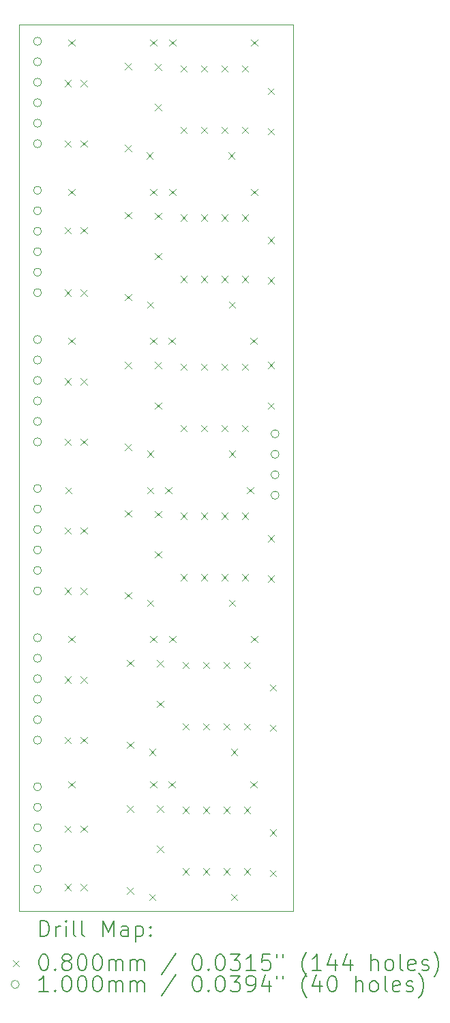
<source format=gbr>
%FSLAX45Y45*%
G04 Gerber Fmt 4.5, Leading zero omitted, Abs format (unit mm)*
G04 Created by KiCad (PCBNEW (6.0.1)) date 2022-09-12 17:15:29*
%MOMM*%
%LPD*%
G01*
G04 APERTURE LIST*
%TA.AperFunction,Profile*%
%ADD10C,0.050000*%
%TD*%
%ADD11C,0.200000*%
%ADD12C,0.080000*%
%ADD13C,0.100000*%
G04 APERTURE END LIST*
D10*
X10417500Y-3932500D02*
X13817500Y-3932500D01*
X13817500Y-14932500D02*
X10417500Y-14932500D01*
X10417500Y-3932500D02*
X10417500Y-14932500D01*
X13817500Y-3932500D02*
X13817500Y-14932500D01*
D11*
D12*
X10977500Y-4617500D02*
X11057500Y-4697500D01*
X11057500Y-4617500D02*
X10977500Y-4697500D01*
X10977500Y-5367500D02*
X11057500Y-5447500D01*
X11057500Y-5367500D02*
X10977500Y-5447500D01*
X10977500Y-6442500D02*
X11057500Y-6522500D01*
X11057500Y-6442500D02*
X10977500Y-6522500D01*
X10977500Y-7217500D02*
X11057500Y-7297500D01*
X11057500Y-7217500D02*
X10977500Y-7297500D01*
X10977500Y-8317500D02*
X11057500Y-8397500D01*
X11057500Y-8317500D02*
X10977500Y-8397500D01*
X10977500Y-9067500D02*
X11057500Y-9147500D01*
X11057500Y-9067500D02*
X10977500Y-9147500D01*
X10977500Y-10167500D02*
X11057500Y-10247500D01*
X11057500Y-10167500D02*
X10977500Y-10247500D01*
X10977500Y-10917500D02*
X11057500Y-10997500D01*
X11057500Y-10917500D02*
X10977500Y-10997500D01*
X10977500Y-12017500D02*
X11057500Y-12097500D01*
X11057500Y-12017500D02*
X10977500Y-12097500D01*
X10977500Y-12767500D02*
X11057500Y-12847500D01*
X11057500Y-12767500D02*
X10977500Y-12847500D01*
X10977500Y-13867500D02*
X11057500Y-13947500D01*
X11057500Y-13867500D02*
X10977500Y-13947500D01*
X10977500Y-14592500D02*
X11057500Y-14672500D01*
X11057500Y-14592500D02*
X10977500Y-14672500D01*
X10986500Y-9667500D02*
X11066500Y-9747500D01*
X11066500Y-9667500D02*
X10986500Y-9747500D01*
X11027500Y-4117500D02*
X11107500Y-4197500D01*
X11107500Y-4117500D02*
X11027500Y-4197500D01*
X11027500Y-5967500D02*
X11107500Y-6047500D01*
X11107500Y-5967500D02*
X11027500Y-6047500D01*
X11027500Y-7817500D02*
X11107500Y-7897500D01*
X11107500Y-7817500D02*
X11027500Y-7897500D01*
X11027500Y-11517500D02*
X11107500Y-11597500D01*
X11107500Y-11517500D02*
X11027500Y-11597500D01*
X11027500Y-13317500D02*
X11107500Y-13397500D01*
X11107500Y-13317500D02*
X11027500Y-13397500D01*
X11177500Y-4617500D02*
X11257500Y-4697500D01*
X11257500Y-4617500D02*
X11177500Y-4697500D01*
X11177500Y-5367500D02*
X11257500Y-5447500D01*
X11257500Y-5367500D02*
X11177500Y-5447500D01*
X11177500Y-6442500D02*
X11257500Y-6522500D01*
X11257500Y-6442500D02*
X11177500Y-6522500D01*
X11177500Y-7217500D02*
X11257500Y-7297500D01*
X11257500Y-7217500D02*
X11177500Y-7297500D01*
X11177500Y-8317500D02*
X11257500Y-8397500D01*
X11257500Y-8317500D02*
X11177500Y-8397500D01*
X11177500Y-9067500D02*
X11257500Y-9147500D01*
X11257500Y-9067500D02*
X11177500Y-9147500D01*
X11177500Y-10167500D02*
X11257500Y-10247500D01*
X11257500Y-10167500D02*
X11177500Y-10247500D01*
X11177500Y-10917500D02*
X11257500Y-10997500D01*
X11257500Y-10917500D02*
X11177500Y-10997500D01*
X11177500Y-12017500D02*
X11257500Y-12097500D01*
X11257500Y-12017500D02*
X11177500Y-12097500D01*
X11177500Y-12767500D02*
X11257500Y-12847500D01*
X11257500Y-12767500D02*
X11177500Y-12847500D01*
X11177500Y-13867500D02*
X11257500Y-13947500D01*
X11257500Y-13867500D02*
X11177500Y-13947500D01*
X11177500Y-14592500D02*
X11257500Y-14672500D01*
X11257500Y-14592500D02*
X11177500Y-14672500D01*
X11727500Y-4409500D02*
X11807500Y-4489500D01*
X11807500Y-4409500D02*
X11727500Y-4489500D01*
X11727500Y-5425500D02*
X11807500Y-5505500D01*
X11807500Y-5425500D02*
X11727500Y-5505500D01*
X11727500Y-6259500D02*
X11807500Y-6339500D01*
X11807500Y-6259500D02*
X11727500Y-6339500D01*
X11727500Y-7275500D02*
X11807500Y-7355500D01*
X11807500Y-7275500D02*
X11727500Y-7355500D01*
X11727500Y-8117500D02*
X11807500Y-8197500D01*
X11807500Y-8117500D02*
X11727500Y-8197500D01*
X11727500Y-9133500D02*
X11807500Y-9213500D01*
X11807500Y-9133500D02*
X11727500Y-9213500D01*
X11727500Y-9959500D02*
X11807500Y-10039500D01*
X11807500Y-9959500D02*
X11727500Y-10039500D01*
X11727500Y-10975500D02*
X11807500Y-11055500D01*
X11807500Y-10975500D02*
X11727500Y-11055500D01*
X11752500Y-11809500D02*
X11832500Y-11889500D01*
X11832500Y-11809500D02*
X11752500Y-11889500D01*
X11752500Y-12825500D02*
X11832500Y-12905500D01*
X11832500Y-12825500D02*
X11752500Y-12905500D01*
X11752500Y-13617500D02*
X11832500Y-13697500D01*
X11832500Y-13617500D02*
X11752500Y-13697500D01*
X11752500Y-14633500D02*
X11832500Y-14713500D01*
X11832500Y-14633500D02*
X11752500Y-14713500D01*
X11994500Y-5517500D02*
X12074500Y-5597500D01*
X12074500Y-5517500D02*
X11994500Y-5597500D01*
X12002500Y-7367500D02*
X12082500Y-7447500D01*
X12082500Y-7367500D02*
X12002500Y-7447500D01*
X12002500Y-9217500D02*
X12082500Y-9297500D01*
X12082500Y-9217500D02*
X12002500Y-9297500D01*
X12002500Y-9667500D02*
X12082500Y-9747500D01*
X12082500Y-9667500D02*
X12002500Y-9747500D01*
X12002500Y-11067500D02*
X12082500Y-11147500D01*
X12082500Y-11067500D02*
X12002500Y-11147500D01*
X12027500Y-12917500D02*
X12107500Y-12997500D01*
X12107500Y-12917500D02*
X12027500Y-12997500D01*
X12027500Y-14717500D02*
X12107500Y-14797500D01*
X12107500Y-14717500D02*
X12027500Y-14797500D01*
X12043500Y-4117500D02*
X12123500Y-4197500D01*
X12123500Y-4117500D02*
X12043500Y-4197500D01*
X12043500Y-5967500D02*
X12123500Y-6047500D01*
X12123500Y-5967500D02*
X12043500Y-6047500D01*
X12043500Y-7817500D02*
X12123500Y-7897500D01*
X12123500Y-7817500D02*
X12043500Y-7897500D01*
X12043500Y-11517500D02*
X12123500Y-11597500D01*
X12123500Y-11517500D02*
X12043500Y-11597500D01*
X12043500Y-13317500D02*
X12123500Y-13397500D01*
X12123500Y-13317500D02*
X12043500Y-13397500D01*
X12102500Y-4417500D02*
X12182500Y-4497500D01*
X12182500Y-4417500D02*
X12102500Y-4497500D01*
X12102500Y-4917500D02*
X12182500Y-4997500D01*
X12182500Y-4917500D02*
X12102500Y-4997500D01*
X12102500Y-6267500D02*
X12182500Y-6347500D01*
X12182500Y-6267500D02*
X12102500Y-6347500D01*
X12102500Y-6767500D02*
X12182500Y-6847500D01*
X12182500Y-6767500D02*
X12102500Y-6847500D01*
X12102500Y-8117500D02*
X12182500Y-8197500D01*
X12182500Y-8117500D02*
X12102500Y-8197500D01*
X12102500Y-8617500D02*
X12182500Y-8697500D01*
X12182500Y-8617500D02*
X12102500Y-8697500D01*
X12102500Y-9967500D02*
X12182500Y-10047500D01*
X12182500Y-9967500D02*
X12102500Y-10047500D01*
X12102500Y-10467500D02*
X12182500Y-10547500D01*
X12182500Y-10467500D02*
X12102500Y-10547500D01*
X12127500Y-11817500D02*
X12207500Y-11897500D01*
X12207500Y-11817500D02*
X12127500Y-11897500D01*
X12127500Y-12317500D02*
X12207500Y-12397500D01*
X12207500Y-12317500D02*
X12127500Y-12397500D01*
X12127500Y-13617500D02*
X12207500Y-13697500D01*
X12207500Y-13617500D02*
X12127500Y-13697500D01*
X12127500Y-14117500D02*
X12207500Y-14197500D01*
X12207500Y-14117500D02*
X12127500Y-14197500D01*
X12228500Y-9667500D02*
X12308500Y-9747500D01*
X12308500Y-9667500D02*
X12228500Y-9747500D01*
X12269500Y-7817500D02*
X12349500Y-7897500D01*
X12349500Y-7817500D02*
X12269500Y-7897500D01*
X12269500Y-13317500D02*
X12349500Y-13397500D01*
X12349500Y-13317500D02*
X12269500Y-13397500D01*
X12277500Y-4117500D02*
X12357500Y-4197500D01*
X12357500Y-4117500D02*
X12277500Y-4197500D01*
X12277500Y-5967500D02*
X12357500Y-6047500D01*
X12357500Y-5967500D02*
X12277500Y-6047500D01*
X12277500Y-11517500D02*
X12357500Y-11597500D01*
X12357500Y-11517500D02*
X12277500Y-11597500D01*
X12420500Y-4437500D02*
X12500500Y-4517500D01*
X12500500Y-4437500D02*
X12420500Y-4517500D01*
X12420500Y-5199500D02*
X12500500Y-5279500D01*
X12500500Y-5199500D02*
X12420500Y-5279500D01*
X12420500Y-6287500D02*
X12500500Y-6367500D01*
X12500500Y-6287500D02*
X12420500Y-6367500D01*
X12420500Y-7049500D02*
X12500500Y-7129500D01*
X12500500Y-7049500D02*
X12420500Y-7129500D01*
X12420500Y-8137500D02*
X12500500Y-8217500D01*
X12500500Y-8137500D02*
X12420500Y-8217500D01*
X12420500Y-8899500D02*
X12500500Y-8979500D01*
X12500500Y-8899500D02*
X12420500Y-8979500D01*
X12420500Y-9987500D02*
X12500500Y-10067500D01*
X12500500Y-9987500D02*
X12420500Y-10067500D01*
X12420500Y-10749500D02*
X12500500Y-10829500D01*
X12500500Y-10749500D02*
X12420500Y-10829500D01*
X12445500Y-11837500D02*
X12525500Y-11917500D01*
X12525500Y-11837500D02*
X12445500Y-11917500D01*
X12445500Y-12599500D02*
X12525500Y-12679500D01*
X12525500Y-12599500D02*
X12445500Y-12679500D01*
X12445500Y-13637500D02*
X12525500Y-13717500D01*
X12525500Y-13637500D02*
X12445500Y-13717500D01*
X12445500Y-14399500D02*
X12525500Y-14479500D01*
X12525500Y-14399500D02*
X12445500Y-14479500D01*
X12674500Y-4437500D02*
X12754500Y-4517500D01*
X12754500Y-4437500D02*
X12674500Y-4517500D01*
X12674500Y-5199500D02*
X12754500Y-5279500D01*
X12754500Y-5199500D02*
X12674500Y-5279500D01*
X12674500Y-6287500D02*
X12754500Y-6367500D01*
X12754500Y-6287500D02*
X12674500Y-6367500D01*
X12674500Y-7049500D02*
X12754500Y-7129500D01*
X12754500Y-7049500D02*
X12674500Y-7129500D01*
X12674500Y-8137500D02*
X12754500Y-8217500D01*
X12754500Y-8137500D02*
X12674500Y-8217500D01*
X12674500Y-8899500D02*
X12754500Y-8979500D01*
X12754500Y-8899500D02*
X12674500Y-8979500D01*
X12674500Y-9987500D02*
X12754500Y-10067500D01*
X12754500Y-9987500D02*
X12674500Y-10067500D01*
X12674500Y-10749500D02*
X12754500Y-10829500D01*
X12754500Y-10749500D02*
X12674500Y-10829500D01*
X12699500Y-11837500D02*
X12779500Y-11917500D01*
X12779500Y-11837500D02*
X12699500Y-11917500D01*
X12699500Y-12599500D02*
X12779500Y-12679500D01*
X12779500Y-12599500D02*
X12699500Y-12679500D01*
X12699500Y-13637500D02*
X12779500Y-13717500D01*
X12779500Y-13637500D02*
X12699500Y-13717500D01*
X12699500Y-14399500D02*
X12779500Y-14479500D01*
X12779500Y-14399500D02*
X12699500Y-14479500D01*
X12928500Y-4437500D02*
X13008500Y-4517500D01*
X13008500Y-4437500D02*
X12928500Y-4517500D01*
X12928500Y-5199500D02*
X13008500Y-5279500D01*
X13008500Y-5199500D02*
X12928500Y-5279500D01*
X12928500Y-6287500D02*
X13008500Y-6367500D01*
X13008500Y-6287500D02*
X12928500Y-6367500D01*
X12928500Y-7049500D02*
X13008500Y-7129500D01*
X13008500Y-7049500D02*
X12928500Y-7129500D01*
X12928500Y-8137500D02*
X13008500Y-8217500D01*
X13008500Y-8137500D02*
X12928500Y-8217500D01*
X12928500Y-8899500D02*
X13008500Y-8979500D01*
X13008500Y-8899500D02*
X12928500Y-8979500D01*
X12928500Y-9987500D02*
X13008500Y-10067500D01*
X13008500Y-9987500D02*
X12928500Y-10067500D01*
X12928500Y-10749500D02*
X13008500Y-10829500D01*
X13008500Y-10749500D02*
X12928500Y-10829500D01*
X12953500Y-11837500D02*
X13033500Y-11917500D01*
X13033500Y-11837500D02*
X12953500Y-11917500D01*
X12953500Y-12599500D02*
X13033500Y-12679500D01*
X13033500Y-12599500D02*
X12953500Y-12679500D01*
X12953500Y-13637500D02*
X13033500Y-13717500D01*
X13033500Y-13637500D02*
X12953500Y-13717500D01*
X12953500Y-14399500D02*
X13033500Y-14479500D01*
X13033500Y-14399500D02*
X12953500Y-14479500D01*
X13010500Y-5517500D02*
X13090500Y-5597500D01*
X13090500Y-5517500D02*
X13010500Y-5597500D01*
X13018500Y-7367500D02*
X13098500Y-7447500D01*
X13098500Y-7367500D02*
X13018500Y-7447500D01*
X13018500Y-9217500D02*
X13098500Y-9297500D01*
X13098500Y-9217500D02*
X13018500Y-9297500D01*
X13018500Y-11067500D02*
X13098500Y-11147500D01*
X13098500Y-11067500D02*
X13018500Y-11147500D01*
X13043500Y-12917500D02*
X13123500Y-12997500D01*
X13123500Y-12917500D02*
X13043500Y-12997500D01*
X13043500Y-14717500D02*
X13123500Y-14797500D01*
X13123500Y-14717500D02*
X13043500Y-14797500D01*
X13182500Y-4437500D02*
X13262500Y-4517500D01*
X13262500Y-4437500D02*
X13182500Y-4517500D01*
X13182500Y-5199500D02*
X13262500Y-5279500D01*
X13262500Y-5199500D02*
X13182500Y-5279500D01*
X13182500Y-6287500D02*
X13262500Y-6367500D01*
X13262500Y-6287500D02*
X13182500Y-6367500D01*
X13182500Y-7049500D02*
X13262500Y-7129500D01*
X13262500Y-7049500D02*
X13182500Y-7129500D01*
X13182500Y-8137500D02*
X13262500Y-8217500D01*
X13262500Y-8137500D02*
X13182500Y-8217500D01*
X13182500Y-8899500D02*
X13262500Y-8979500D01*
X13262500Y-8899500D02*
X13182500Y-8979500D01*
X13182500Y-9987500D02*
X13262500Y-10067500D01*
X13262500Y-9987500D02*
X13182500Y-10067500D01*
X13182500Y-10749500D02*
X13262500Y-10829500D01*
X13262500Y-10749500D02*
X13182500Y-10829500D01*
X13207500Y-11837500D02*
X13287500Y-11917500D01*
X13287500Y-11837500D02*
X13207500Y-11917500D01*
X13207500Y-12599500D02*
X13287500Y-12679500D01*
X13287500Y-12599500D02*
X13207500Y-12679500D01*
X13207500Y-13637500D02*
X13287500Y-13717500D01*
X13287500Y-13637500D02*
X13207500Y-13717500D01*
X13207500Y-14399500D02*
X13287500Y-14479500D01*
X13287500Y-14399500D02*
X13207500Y-14479500D01*
X13244500Y-9667500D02*
X13324500Y-9747500D01*
X13324500Y-9667500D02*
X13244500Y-9747500D01*
X13285500Y-7817500D02*
X13365500Y-7897500D01*
X13365500Y-7817500D02*
X13285500Y-7897500D01*
X13285500Y-13317500D02*
X13365500Y-13397500D01*
X13365500Y-13317500D02*
X13285500Y-13397500D01*
X13293500Y-4117500D02*
X13373500Y-4197500D01*
X13373500Y-4117500D02*
X13293500Y-4197500D01*
X13293500Y-5967500D02*
X13373500Y-6047500D01*
X13373500Y-5967500D02*
X13293500Y-6047500D01*
X13293500Y-11517500D02*
X13373500Y-11597500D01*
X13373500Y-11517500D02*
X13293500Y-11597500D01*
X13502500Y-4717500D02*
X13582500Y-4797500D01*
X13582500Y-4717500D02*
X13502500Y-4797500D01*
X13502500Y-5217500D02*
X13582500Y-5297500D01*
X13582500Y-5217500D02*
X13502500Y-5297500D01*
X13502500Y-6567500D02*
X13582500Y-6647500D01*
X13582500Y-6567500D02*
X13502500Y-6647500D01*
X13502500Y-7067500D02*
X13582500Y-7147500D01*
X13582500Y-7067500D02*
X13502500Y-7147500D01*
X13502500Y-8117500D02*
X13582500Y-8197500D01*
X13582500Y-8117500D02*
X13502500Y-8197500D01*
X13502500Y-8617500D02*
X13582500Y-8697500D01*
X13582500Y-8617500D02*
X13502500Y-8697500D01*
X13502500Y-10267500D02*
X13582500Y-10347500D01*
X13582500Y-10267500D02*
X13502500Y-10347500D01*
X13502500Y-10767500D02*
X13582500Y-10847500D01*
X13582500Y-10767500D02*
X13502500Y-10847500D01*
X13527500Y-12117500D02*
X13607500Y-12197500D01*
X13607500Y-12117500D02*
X13527500Y-12197500D01*
X13527500Y-12617500D02*
X13607500Y-12697500D01*
X13607500Y-12617500D02*
X13527500Y-12697500D01*
X13527500Y-13917500D02*
X13607500Y-13997500D01*
X13607500Y-13917500D02*
X13527500Y-13997500D01*
X13527500Y-14417500D02*
X13607500Y-14497500D01*
X13607500Y-14417500D02*
X13527500Y-14497500D01*
D13*
X10692500Y-4137500D02*
G75*
G03*
X10692500Y-4137500I-50000J0D01*
G01*
X10692500Y-4391500D02*
G75*
G03*
X10692500Y-4391500I-50000J0D01*
G01*
X10692500Y-4645500D02*
G75*
G03*
X10692500Y-4645500I-50000J0D01*
G01*
X10692500Y-4899500D02*
G75*
G03*
X10692500Y-4899500I-50000J0D01*
G01*
X10692500Y-5153500D02*
G75*
G03*
X10692500Y-5153500I-50000J0D01*
G01*
X10692500Y-5407500D02*
G75*
G03*
X10692500Y-5407500I-50000J0D01*
G01*
X10692500Y-5987500D02*
G75*
G03*
X10692500Y-5987500I-50000J0D01*
G01*
X10692500Y-6241500D02*
G75*
G03*
X10692500Y-6241500I-50000J0D01*
G01*
X10692500Y-6495500D02*
G75*
G03*
X10692500Y-6495500I-50000J0D01*
G01*
X10692500Y-6749500D02*
G75*
G03*
X10692500Y-6749500I-50000J0D01*
G01*
X10692500Y-7003500D02*
G75*
G03*
X10692500Y-7003500I-50000J0D01*
G01*
X10692500Y-7257500D02*
G75*
G03*
X10692500Y-7257500I-50000J0D01*
G01*
X10692500Y-7837500D02*
G75*
G03*
X10692500Y-7837500I-50000J0D01*
G01*
X10692500Y-8091500D02*
G75*
G03*
X10692500Y-8091500I-50000J0D01*
G01*
X10692500Y-8345500D02*
G75*
G03*
X10692500Y-8345500I-50000J0D01*
G01*
X10692500Y-8599500D02*
G75*
G03*
X10692500Y-8599500I-50000J0D01*
G01*
X10692500Y-8853500D02*
G75*
G03*
X10692500Y-8853500I-50000J0D01*
G01*
X10692500Y-9107500D02*
G75*
G03*
X10692500Y-9107500I-50000J0D01*
G01*
X10692500Y-9687500D02*
G75*
G03*
X10692500Y-9687500I-50000J0D01*
G01*
X10692500Y-9941500D02*
G75*
G03*
X10692500Y-9941500I-50000J0D01*
G01*
X10692500Y-10195500D02*
G75*
G03*
X10692500Y-10195500I-50000J0D01*
G01*
X10692500Y-10449500D02*
G75*
G03*
X10692500Y-10449500I-50000J0D01*
G01*
X10692500Y-10703500D02*
G75*
G03*
X10692500Y-10703500I-50000J0D01*
G01*
X10692500Y-10957500D02*
G75*
G03*
X10692500Y-10957500I-50000J0D01*
G01*
X10692500Y-11537500D02*
G75*
G03*
X10692500Y-11537500I-50000J0D01*
G01*
X10692500Y-11791500D02*
G75*
G03*
X10692500Y-11791500I-50000J0D01*
G01*
X10692500Y-12045500D02*
G75*
G03*
X10692500Y-12045500I-50000J0D01*
G01*
X10692500Y-12299500D02*
G75*
G03*
X10692500Y-12299500I-50000J0D01*
G01*
X10692500Y-12553500D02*
G75*
G03*
X10692500Y-12553500I-50000J0D01*
G01*
X10692500Y-12807500D02*
G75*
G03*
X10692500Y-12807500I-50000J0D01*
G01*
X10692500Y-13387500D02*
G75*
G03*
X10692500Y-13387500I-50000J0D01*
G01*
X10692500Y-13641500D02*
G75*
G03*
X10692500Y-13641500I-50000J0D01*
G01*
X10692500Y-13895500D02*
G75*
G03*
X10692500Y-13895500I-50000J0D01*
G01*
X10692500Y-14149500D02*
G75*
G03*
X10692500Y-14149500I-50000J0D01*
G01*
X10692500Y-14403500D02*
G75*
G03*
X10692500Y-14403500I-50000J0D01*
G01*
X10692500Y-14657500D02*
G75*
G03*
X10692500Y-14657500I-50000J0D01*
G01*
X13642500Y-9007500D02*
G75*
G03*
X13642500Y-9007500I-50000J0D01*
G01*
X13642500Y-9261500D02*
G75*
G03*
X13642500Y-9261500I-50000J0D01*
G01*
X13642500Y-9515500D02*
G75*
G03*
X13642500Y-9515500I-50000J0D01*
G01*
X13642500Y-9769500D02*
G75*
G03*
X13642500Y-9769500I-50000J0D01*
G01*
D11*
X10672619Y-15245476D02*
X10672619Y-15045476D01*
X10720238Y-15045476D01*
X10748810Y-15055000D01*
X10767857Y-15074048D01*
X10777381Y-15093095D01*
X10786905Y-15131190D01*
X10786905Y-15159762D01*
X10777381Y-15197857D01*
X10767857Y-15216905D01*
X10748810Y-15235952D01*
X10720238Y-15245476D01*
X10672619Y-15245476D01*
X10872619Y-15245476D02*
X10872619Y-15112143D01*
X10872619Y-15150238D02*
X10882143Y-15131190D01*
X10891667Y-15121667D01*
X10910714Y-15112143D01*
X10929762Y-15112143D01*
X10996429Y-15245476D02*
X10996429Y-15112143D01*
X10996429Y-15045476D02*
X10986905Y-15055000D01*
X10996429Y-15064524D01*
X11005952Y-15055000D01*
X10996429Y-15045476D01*
X10996429Y-15064524D01*
X11120238Y-15245476D02*
X11101190Y-15235952D01*
X11091667Y-15216905D01*
X11091667Y-15045476D01*
X11225000Y-15245476D02*
X11205952Y-15235952D01*
X11196428Y-15216905D01*
X11196428Y-15045476D01*
X11453571Y-15245476D02*
X11453571Y-15045476D01*
X11520238Y-15188333D01*
X11586905Y-15045476D01*
X11586905Y-15245476D01*
X11767857Y-15245476D02*
X11767857Y-15140714D01*
X11758333Y-15121667D01*
X11739286Y-15112143D01*
X11701190Y-15112143D01*
X11682143Y-15121667D01*
X11767857Y-15235952D02*
X11748809Y-15245476D01*
X11701190Y-15245476D01*
X11682143Y-15235952D01*
X11672619Y-15216905D01*
X11672619Y-15197857D01*
X11682143Y-15178809D01*
X11701190Y-15169286D01*
X11748809Y-15169286D01*
X11767857Y-15159762D01*
X11863095Y-15112143D02*
X11863095Y-15312143D01*
X11863095Y-15121667D02*
X11882143Y-15112143D01*
X11920238Y-15112143D01*
X11939286Y-15121667D01*
X11948809Y-15131190D01*
X11958333Y-15150238D01*
X11958333Y-15207381D01*
X11948809Y-15226428D01*
X11939286Y-15235952D01*
X11920238Y-15245476D01*
X11882143Y-15245476D01*
X11863095Y-15235952D01*
X12044048Y-15226428D02*
X12053571Y-15235952D01*
X12044048Y-15245476D01*
X12034524Y-15235952D01*
X12044048Y-15226428D01*
X12044048Y-15245476D01*
X12044048Y-15121667D02*
X12053571Y-15131190D01*
X12044048Y-15140714D01*
X12034524Y-15131190D01*
X12044048Y-15121667D01*
X12044048Y-15140714D01*
D12*
X10335000Y-15535000D02*
X10415000Y-15615000D01*
X10415000Y-15535000D02*
X10335000Y-15615000D01*
D11*
X10710714Y-15465476D02*
X10729762Y-15465476D01*
X10748810Y-15475000D01*
X10758333Y-15484524D01*
X10767857Y-15503571D01*
X10777381Y-15541667D01*
X10777381Y-15589286D01*
X10767857Y-15627381D01*
X10758333Y-15646428D01*
X10748810Y-15655952D01*
X10729762Y-15665476D01*
X10710714Y-15665476D01*
X10691667Y-15655952D01*
X10682143Y-15646428D01*
X10672619Y-15627381D01*
X10663095Y-15589286D01*
X10663095Y-15541667D01*
X10672619Y-15503571D01*
X10682143Y-15484524D01*
X10691667Y-15475000D01*
X10710714Y-15465476D01*
X10863095Y-15646428D02*
X10872619Y-15655952D01*
X10863095Y-15665476D01*
X10853571Y-15655952D01*
X10863095Y-15646428D01*
X10863095Y-15665476D01*
X10986905Y-15551190D02*
X10967857Y-15541667D01*
X10958333Y-15532143D01*
X10948810Y-15513095D01*
X10948810Y-15503571D01*
X10958333Y-15484524D01*
X10967857Y-15475000D01*
X10986905Y-15465476D01*
X11025000Y-15465476D01*
X11044048Y-15475000D01*
X11053571Y-15484524D01*
X11063095Y-15503571D01*
X11063095Y-15513095D01*
X11053571Y-15532143D01*
X11044048Y-15541667D01*
X11025000Y-15551190D01*
X10986905Y-15551190D01*
X10967857Y-15560714D01*
X10958333Y-15570238D01*
X10948810Y-15589286D01*
X10948810Y-15627381D01*
X10958333Y-15646428D01*
X10967857Y-15655952D01*
X10986905Y-15665476D01*
X11025000Y-15665476D01*
X11044048Y-15655952D01*
X11053571Y-15646428D01*
X11063095Y-15627381D01*
X11063095Y-15589286D01*
X11053571Y-15570238D01*
X11044048Y-15560714D01*
X11025000Y-15551190D01*
X11186905Y-15465476D02*
X11205952Y-15465476D01*
X11225000Y-15475000D01*
X11234524Y-15484524D01*
X11244048Y-15503571D01*
X11253571Y-15541667D01*
X11253571Y-15589286D01*
X11244048Y-15627381D01*
X11234524Y-15646428D01*
X11225000Y-15655952D01*
X11205952Y-15665476D01*
X11186905Y-15665476D01*
X11167857Y-15655952D01*
X11158333Y-15646428D01*
X11148810Y-15627381D01*
X11139286Y-15589286D01*
X11139286Y-15541667D01*
X11148810Y-15503571D01*
X11158333Y-15484524D01*
X11167857Y-15475000D01*
X11186905Y-15465476D01*
X11377381Y-15465476D02*
X11396428Y-15465476D01*
X11415476Y-15475000D01*
X11425000Y-15484524D01*
X11434524Y-15503571D01*
X11444048Y-15541667D01*
X11444048Y-15589286D01*
X11434524Y-15627381D01*
X11425000Y-15646428D01*
X11415476Y-15655952D01*
X11396428Y-15665476D01*
X11377381Y-15665476D01*
X11358333Y-15655952D01*
X11348809Y-15646428D01*
X11339286Y-15627381D01*
X11329762Y-15589286D01*
X11329762Y-15541667D01*
X11339286Y-15503571D01*
X11348809Y-15484524D01*
X11358333Y-15475000D01*
X11377381Y-15465476D01*
X11529762Y-15665476D02*
X11529762Y-15532143D01*
X11529762Y-15551190D02*
X11539286Y-15541667D01*
X11558333Y-15532143D01*
X11586905Y-15532143D01*
X11605952Y-15541667D01*
X11615476Y-15560714D01*
X11615476Y-15665476D01*
X11615476Y-15560714D02*
X11625000Y-15541667D01*
X11644048Y-15532143D01*
X11672619Y-15532143D01*
X11691667Y-15541667D01*
X11701190Y-15560714D01*
X11701190Y-15665476D01*
X11796428Y-15665476D02*
X11796428Y-15532143D01*
X11796428Y-15551190D02*
X11805952Y-15541667D01*
X11825000Y-15532143D01*
X11853571Y-15532143D01*
X11872619Y-15541667D01*
X11882143Y-15560714D01*
X11882143Y-15665476D01*
X11882143Y-15560714D02*
X11891667Y-15541667D01*
X11910714Y-15532143D01*
X11939286Y-15532143D01*
X11958333Y-15541667D01*
X11967857Y-15560714D01*
X11967857Y-15665476D01*
X12358333Y-15455952D02*
X12186905Y-15713095D01*
X12615476Y-15465476D02*
X12634524Y-15465476D01*
X12653571Y-15475000D01*
X12663095Y-15484524D01*
X12672619Y-15503571D01*
X12682143Y-15541667D01*
X12682143Y-15589286D01*
X12672619Y-15627381D01*
X12663095Y-15646428D01*
X12653571Y-15655952D01*
X12634524Y-15665476D01*
X12615476Y-15665476D01*
X12596428Y-15655952D01*
X12586905Y-15646428D01*
X12577381Y-15627381D01*
X12567857Y-15589286D01*
X12567857Y-15541667D01*
X12577381Y-15503571D01*
X12586905Y-15484524D01*
X12596428Y-15475000D01*
X12615476Y-15465476D01*
X12767857Y-15646428D02*
X12777381Y-15655952D01*
X12767857Y-15665476D01*
X12758333Y-15655952D01*
X12767857Y-15646428D01*
X12767857Y-15665476D01*
X12901190Y-15465476D02*
X12920238Y-15465476D01*
X12939286Y-15475000D01*
X12948809Y-15484524D01*
X12958333Y-15503571D01*
X12967857Y-15541667D01*
X12967857Y-15589286D01*
X12958333Y-15627381D01*
X12948809Y-15646428D01*
X12939286Y-15655952D01*
X12920238Y-15665476D01*
X12901190Y-15665476D01*
X12882143Y-15655952D01*
X12872619Y-15646428D01*
X12863095Y-15627381D01*
X12853571Y-15589286D01*
X12853571Y-15541667D01*
X12863095Y-15503571D01*
X12872619Y-15484524D01*
X12882143Y-15475000D01*
X12901190Y-15465476D01*
X13034524Y-15465476D02*
X13158333Y-15465476D01*
X13091667Y-15541667D01*
X13120238Y-15541667D01*
X13139286Y-15551190D01*
X13148809Y-15560714D01*
X13158333Y-15579762D01*
X13158333Y-15627381D01*
X13148809Y-15646428D01*
X13139286Y-15655952D01*
X13120238Y-15665476D01*
X13063095Y-15665476D01*
X13044048Y-15655952D01*
X13034524Y-15646428D01*
X13348809Y-15665476D02*
X13234524Y-15665476D01*
X13291667Y-15665476D02*
X13291667Y-15465476D01*
X13272619Y-15494048D01*
X13253571Y-15513095D01*
X13234524Y-15522619D01*
X13529762Y-15465476D02*
X13434524Y-15465476D01*
X13425000Y-15560714D01*
X13434524Y-15551190D01*
X13453571Y-15541667D01*
X13501190Y-15541667D01*
X13520238Y-15551190D01*
X13529762Y-15560714D01*
X13539286Y-15579762D01*
X13539286Y-15627381D01*
X13529762Y-15646428D01*
X13520238Y-15655952D01*
X13501190Y-15665476D01*
X13453571Y-15665476D01*
X13434524Y-15655952D01*
X13425000Y-15646428D01*
X13615476Y-15465476D02*
X13615476Y-15503571D01*
X13691667Y-15465476D02*
X13691667Y-15503571D01*
X13986905Y-15741667D02*
X13977381Y-15732143D01*
X13958333Y-15703571D01*
X13948809Y-15684524D01*
X13939286Y-15655952D01*
X13929762Y-15608333D01*
X13929762Y-15570238D01*
X13939286Y-15522619D01*
X13948809Y-15494048D01*
X13958333Y-15475000D01*
X13977381Y-15446428D01*
X13986905Y-15436905D01*
X14167857Y-15665476D02*
X14053571Y-15665476D01*
X14110714Y-15665476D02*
X14110714Y-15465476D01*
X14091667Y-15494048D01*
X14072619Y-15513095D01*
X14053571Y-15522619D01*
X14339286Y-15532143D02*
X14339286Y-15665476D01*
X14291667Y-15455952D02*
X14244048Y-15598809D01*
X14367857Y-15598809D01*
X14529762Y-15532143D02*
X14529762Y-15665476D01*
X14482143Y-15455952D02*
X14434524Y-15598809D01*
X14558333Y-15598809D01*
X14786905Y-15665476D02*
X14786905Y-15465476D01*
X14872619Y-15665476D02*
X14872619Y-15560714D01*
X14863095Y-15541667D01*
X14844048Y-15532143D01*
X14815476Y-15532143D01*
X14796428Y-15541667D01*
X14786905Y-15551190D01*
X14996428Y-15665476D02*
X14977381Y-15655952D01*
X14967857Y-15646428D01*
X14958333Y-15627381D01*
X14958333Y-15570238D01*
X14967857Y-15551190D01*
X14977381Y-15541667D01*
X14996428Y-15532143D01*
X15025000Y-15532143D01*
X15044048Y-15541667D01*
X15053571Y-15551190D01*
X15063095Y-15570238D01*
X15063095Y-15627381D01*
X15053571Y-15646428D01*
X15044048Y-15655952D01*
X15025000Y-15665476D01*
X14996428Y-15665476D01*
X15177381Y-15665476D02*
X15158333Y-15655952D01*
X15148809Y-15636905D01*
X15148809Y-15465476D01*
X15329762Y-15655952D02*
X15310714Y-15665476D01*
X15272619Y-15665476D01*
X15253571Y-15655952D01*
X15244048Y-15636905D01*
X15244048Y-15560714D01*
X15253571Y-15541667D01*
X15272619Y-15532143D01*
X15310714Y-15532143D01*
X15329762Y-15541667D01*
X15339286Y-15560714D01*
X15339286Y-15579762D01*
X15244048Y-15598809D01*
X15415476Y-15655952D02*
X15434524Y-15665476D01*
X15472619Y-15665476D01*
X15491667Y-15655952D01*
X15501190Y-15636905D01*
X15501190Y-15627381D01*
X15491667Y-15608333D01*
X15472619Y-15598809D01*
X15444048Y-15598809D01*
X15425000Y-15589286D01*
X15415476Y-15570238D01*
X15415476Y-15560714D01*
X15425000Y-15541667D01*
X15444048Y-15532143D01*
X15472619Y-15532143D01*
X15491667Y-15541667D01*
X15567857Y-15741667D02*
X15577381Y-15732143D01*
X15596428Y-15703571D01*
X15605952Y-15684524D01*
X15615476Y-15655952D01*
X15625000Y-15608333D01*
X15625000Y-15570238D01*
X15615476Y-15522619D01*
X15605952Y-15494048D01*
X15596428Y-15475000D01*
X15577381Y-15446428D01*
X15567857Y-15436905D01*
D13*
X10415000Y-15839000D02*
G75*
G03*
X10415000Y-15839000I-50000J0D01*
G01*
D11*
X10777381Y-15929476D02*
X10663095Y-15929476D01*
X10720238Y-15929476D02*
X10720238Y-15729476D01*
X10701190Y-15758048D01*
X10682143Y-15777095D01*
X10663095Y-15786619D01*
X10863095Y-15910428D02*
X10872619Y-15919952D01*
X10863095Y-15929476D01*
X10853571Y-15919952D01*
X10863095Y-15910428D01*
X10863095Y-15929476D01*
X10996429Y-15729476D02*
X11015476Y-15729476D01*
X11034524Y-15739000D01*
X11044048Y-15748524D01*
X11053571Y-15767571D01*
X11063095Y-15805667D01*
X11063095Y-15853286D01*
X11053571Y-15891381D01*
X11044048Y-15910428D01*
X11034524Y-15919952D01*
X11015476Y-15929476D01*
X10996429Y-15929476D01*
X10977381Y-15919952D01*
X10967857Y-15910428D01*
X10958333Y-15891381D01*
X10948810Y-15853286D01*
X10948810Y-15805667D01*
X10958333Y-15767571D01*
X10967857Y-15748524D01*
X10977381Y-15739000D01*
X10996429Y-15729476D01*
X11186905Y-15729476D02*
X11205952Y-15729476D01*
X11225000Y-15739000D01*
X11234524Y-15748524D01*
X11244048Y-15767571D01*
X11253571Y-15805667D01*
X11253571Y-15853286D01*
X11244048Y-15891381D01*
X11234524Y-15910428D01*
X11225000Y-15919952D01*
X11205952Y-15929476D01*
X11186905Y-15929476D01*
X11167857Y-15919952D01*
X11158333Y-15910428D01*
X11148810Y-15891381D01*
X11139286Y-15853286D01*
X11139286Y-15805667D01*
X11148810Y-15767571D01*
X11158333Y-15748524D01*
X11167857Y-15739000D01*
X11186905Y-15729476D01*
X11377381Y-15729476D02*
X11396428Y-15729476D01*
X11415476Y-15739000D01*
X11425000Y-15748524D01*
X11434524Y-15767571D01*
X11444048Y-15805667D01*
X11444048Y-15853286D01*
X11434524Y-15891381D01*
X11425000Y-15910428D01*
X11415476Y-15919952D01*
X11396428Y-15929476D01*
X11377381Y-15929476D01*
X11358333Y-15919952D01*
X11348809Y-15910428D01*
X11339286Y-15891381D01*
X11329762Y-15853286D01*
X11329762Y-15805667D01*
X11339286Y-15767571D01*
X11348809Y-15748524D01*
X11358333Y-15739000D01*
X11377381Y-15729476D01*
X11529762Y-15929476D02*
X11529762Y-15796143D01*
X11529762Y-15815190D02*
X11539286Y-15805667D01*
X11558333Y-15796143D01*
X11586905Y-15796143D01*
X11605952Y-15805667D01*
X11615476Y-15824714D01*
X11615476Y-15929476D01*
X11615476Y-15824714D02*
X11625000Y-15805667D01*
X11644048Y-15796143D01*
X11672619Y-15796143D01*
X11691667Y-15805667D01*
X11701190Y-15824714D01*
X11701190Y-15929476D01*
X11796428Y-15929476D02*
X11796428Y-15796143D01*
X11796428Y-15815190D02*
X11805952Y-15805667D01*
X11825000Y-15796143D01*
X11853571Y-15796143D01*
X11872619Y-15805667D01*
X11882143Y-15824714D01*
X11882143Y-15929476D01*
X11882143Y-15824714D02*
X11891667Y-15805667D01*
X11910714Y-15796143D01*
X11939286Y-15796143D01*
X11958333Y-15805667D01*
X11967857Y-15824714D01*
X11967857Y-15929476D01*
X12358333Y-15719952D02*
X12186905Y-15977095D01*
X12615476Y-15729476D02*
X12634524Y-15729476D01*
X12653571Y-15739000D01*
X12663095Y-15748524D01*
X12672619Y-15767571D01*
X12682143Y-15805667D01*
X12682143Y-15853286D01*
X12672619Y-15891381D01*
X12663095Y-15910428D01*
X12653571Y-15919952D01*
X12634524Y-15929476D01*
X12615476Y-15929476D01*
X12596428Y-15919952D01*
X12586905Y-15910428D01*
X12577381Y-15891381D01*
X12567857Y-15853286D01*
X12567857Y-15805667D01*
X12577381Y-15767571D01*
X12586905Y-15748524D01*
X12596428Y-15739000D01*
X12615476Y-15729476D01*
X12767857Y-15910428D02*
X12777381Y-15919952D01*
X12767857Y-15929476D01*
X12758333Y-15919952D01*
X12767857Y-15910428D01*
X12767857Y-15929476D01*
X12901190Y-15729476D02*
X12920238Y-15729476D01*
X12939286Y-15739000D01*
X12948809Y-15748524D01*
X12958333Y-15767571D01*
X12967857Y-15805667D01*
X12967857Y-15853286D01*
X12958333Y-15891381D01*
X12948809Y-15910428D01*
X12939286Y-15919952D01*
X12920238Y-15929476D01*
X12901190Y-15929476D01*
X12882143Y-15919952D01*
X12872619Y-15910428D01*
X12863095Y-15891381D01*
X12853571Y-15853286D01*
X12853571Y-15805667D01*
X12863095Y-15767571D01*
X12872619Y-15748524D01*
X12882143Y-15739000D01*
X12901190Y-15729476D01*
X13034524Y-15729476D02*
X13158333Y-15729476D01*
X13091667Y-15805667D01*
X13120238Y-15805667D01*
X13139286Y-15815190D01*
X13148809Y-15824714D01*
X13158333Y-15843762D01*
X13158333Y-15891381D01*
X13148809Y-15910428D01*
X13139286Y-15919952D01*
X13120238Y-15929476D01*
X13063095Y-15929476D01*
X13044048Y-15919952D01*
X13034524Y-15910428D01*
X13253571Y-15929476D02*
X13291667Y-15929476D01*
X13310714Y-15919952D01*
X13320238Y-15910428D01*
X13339286Y-15881857D01*
X13348809Y-15843762D01*
X13348809Y-15767571D01*
X13339286Y-15748524D01*
X13329762Y-15739000D01*
X13310714Y-15729476D01*
X13272619Y-15729476D01*
X13253571Y-15739000D01*
X13244048Y-15748524D01*
X13234524Y-15767571D01*
X13234524Y-15815190D01*
X13244048Y-15834238D01*
X13253571Y-15843762D01*
X13272619Y-15853286D01*
X13310714Y-15853286D01*
X13329762Y-15843762D01*
X13339286Y-15834238D01*
X13348809Y-15815190D01*
X13520238Y-15796143D02*
X13520238Y-15929476D01*
X13472619Y-15719952D02*
X13425000Y-15862809D01*
X13548809Y-15862809D01*
X13615476Y-15729476D02*
X13615476Y-15767571D01*
X13691667Y-15729476D02*
X13691667Y-15767571D01*
X13986905Y-16005667D02*
X13977381Y-15996143D01*
X13958333Y-15967571D01*
X13948809Y-15948524D01*
X13939286Y-15919952D01*
X13929762Y-15872333D01*
X13929762Y-15834238D01*
X13939286Y-15786619D01*
X13948809Y-15758048D01*
X13958333Y-15739000D01*
X13977381Y-15710428D01*
X13986905Y-15700905D01*
X14148809Y-15796143D02*
X14148809Y-15929476D01*
X14101190Y-15719952D02*
X14053571Y-15862809D01*
X14177381Y-15862809D01*
X14291667Y-15729476D02*
X14310714Y-15729476D01*
X14329762Y-15739000D01*
X14339286Y-15748524D01*
X14348809Y-15767571D01*
X14358333Y-15805667D01*
X14358333Y-15853286D01*
X14348809Y-15891381D01*
X14339286Y-15910428D01*
X14329762Y-15919952D01*
X14310714Y-15929476D01*
X14291667Y-15929476D01*
X14272619Y-15919952D01*
X14263095Y-15910428D01*
X14253571Y-15891381D01*
X14244048Y-15853286D01*
X14244048Y-15805667D01*
X14253571Y-15767571D01*
X14263095Y-15748524D01*
X14272619Y-15739000D01*
X14291667Y-15729476D01*
X14596428Y-15929476D02*
X14596428Y-15729476D01*
X14682143Y-15929476D02*
X14682143Y-15824714D01*
X14672619Y-15805667D01*
X14653571Y-15796143D01*
X14625000Y-15796143D01*
X14605952Y-15805667D01*
X14596428Y-15815190D01*
X14805952Y-15929476D02*
X14786905Y-15919952D01*
X14777381Y-15910428D01*
X14767857Y-15891381D01*
X14767857Y-15834238D01*
X14777381Y-15815190D01*
X14786905Y-15805667D01*
X14805952Y-15796143D01*
X14834524Y-15796143D01*
X14853571Y-15805667D01*
X14863095Y-15815190D01*
X14872619Y-15834238D01*
X14872619Y-15891381D01*
X14863095Y-15910428D01*
X14853571Y-15919952D01*
X14834524Y-15929476D01*
X14805952Y-15929476D01*
X14986905Y-15929476D02*
X14967857Y-15919952D01*
X14958333Y-15900905D01*
X14958333Y-15729476D01*
X15139286Y-15919952D02*
X15120238Y-15929476D01*
X15082143Y-15929476D01*
X15063095Y-15919952D01*
X15053571Y-15900905D01*
X15053571Y-15824714D01*
X15063095Y-15805667D01*
X15082143Y-15796143D01*
X15120238Y-15796143D01*
X15139286Y-15805667D01*
X15148809Y-15824714D01*
X15148809Y-15843762D01*
X15053571Y-15862809D01*
X15225000Y-15919952D02*
X15244048Y-15929476D01*
X15282143Y-15929476D01*
X15301190Y-15919952D01*
X15310714Y-15900905D01*
X15310714Y-15891381D01*
X15301190Y-15872333D01*
X15282143Y-15862809D01*
X15253571Y-15862809D01*
X15234524Y-15853286D01*
X15225000Y-15834238D01*
X15225000Y-15824714D01*
X15234524Y-15805667D01*
X15253571Y-15796143D01*
X15282143Y-15796143D01*
X15301190Y-15805667D01*
X15377381Y-16005667D02*
X15386905Y-15996143D01*
X15405952Y-15967571D01*
X15415476Y-15948524D01*
X15425000Y-15919952D01*
X15434524Y-15872333D01*
X15434524Y-15834238D01*
X15425000Y-15786619D01*
X15415476Y-15758048D01*
X15405952Y-15739000D01*
X15386905Y-15710428D01*
X15377381Y-15700905D01*
M02*

</source>
